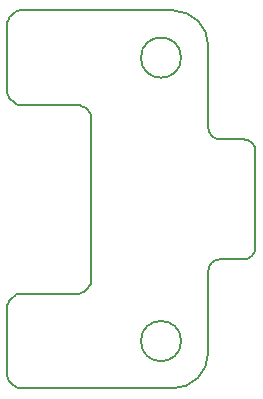
<source format=gbr>
%TF.GenerationSoftware,KiCad,Pcbnew,(6.99.0-2504-g6a9c6e8599)*%
%TF.CreationDate,2023-09-08T01:08:47-07:00*%
%TF.ProjectId,EZO_Qwiic,455a4f5f-5177-4696-9963-2e6b69636164,rev?*%
%TF.SameCoordinates,Original*%
%TF.FileFunction,Profile,NP*%
%FSLAX46Y46*%
G04 Gerber Fmt 4.6, Leading zero omitted, Abs format (unit mm)*
G04 Created by KiCad (PCBNEW (6.99.0-2504-g6a9c6e8599)) date 2023-09-08 01:08:47*
%MOMM*%
%LPD*%
G01*
G04 APERTURE LIST*
%TA.AperFunction,Profile*%
%ADD10C,0.200000*%
%TD*%
%ADD11C,0.200000*%
G04 APERTURE END LIST*
D10*
X160517403Y-95820000D02*
G75*
G03*
X160517403Y-95820000I-1700000J0D01*
G01*
X160517403Y-71820000D02*
G75*
G03*
X160517403Y-71820000I-1700000J0D01*
G01*
X166817403Y-87900000D02*
X166817403Y-79740000D01*
X165817403Y-88900000D02*
G75*
G03*
X166817403Y-87900000I1J999999D01*
G01*
X163817403Y-88900000D02*
X165817403Y-88900000D01*
X163817403Y-88900000D02*
G75*
G03*
X162817403Y-89900000I1J-1000001D01*
G01*
X162817403Y-96820000D02*
X162817403Y-89900000D01*
X159817403Y-99820000D02*
G75*
G03*
X162817403Y-96820000I2J2999998D01*
G01*
X146817404Y-99820000D02*
X159817403Y-99820000D01*
D11*
X145847837Y-98964528D02*
X145817404Y-98820000D01*
X145957314Y-99172705D02*
X145859883Y-98994877D01*
X145847837Y-98964528D01*
X146419512Y-99649001D02*
X146257623Y-99518015D01*
X146107931Y-99367017D01*
X145979607Y-99205454D01*
X145957314Y-99172705D01*
X146695837Y-99797607D02*
X146510327Y-99709015D01*
X146419512Y-99649001D01*
X146817404Y-99820000D02*
X146695837Y-99797607D01*
D10*
X145817404Y-92805000D02*
X145817404Y-98820000D01*
D11*
X146672876Y-91835433D02*
X146817404Y-91805000D01*
X146464699Y-91944910D02*
X146642526Y-91847479D01*
X146672876Y-91835433D01*
X145988403Y-92407109D02*
X146119388Y-92245220D01*
X146270386Y-92095528D01*
X146431949Y-91967203D01*
X146464699Y-91944910D01*
X145839797Y-92683433D02*
X145928388Y-92497923D01*
X145988403Y-92407109D01*
X145817404Y-92805000D02*
X145839797Y-92683433D01*
D10*
X151897403Y-91805000D02*
X146817404Y-91805000D01*
D11*
X152866970Y-90949527D02*
X152897403Y-90805000D01*
X152757493Y-91157705D02*
X152854923Y-90979876D01*
X152866970Y-90949527D01*
X152295295Y-91634001D02*
X152457183Y-91503015D01*
X152606875Y-91352017D01*
X152735199Y-91190454D01*
X152757493Y-91157705D01*
X152018970Y-91782607D02*
X152204479Y-91694015D01*
X152295295Y-91634001D01*
X151897403Y-91805000D02*
X152018970Y-91782607D01*
D10*
X152897403Y-76835000D02*
X152897403Y-90805000D01*
D11*
X152041931Y-75865433D02*
X151897403Y-75835000D01*
X152250108Y-75974910D02*
X152072280Y-75877479D01*
X152041931Y-75865433D01*
X152726404Y-76437109D02*
X152595418Y-76275220D01*
X152444420Y-76125528D01*
X152282857Y-75997203D01*
X152250108Y-75974910D01*
X152875010Y-76713433D02*
X152786418Y-76527923D01*
X152726404Y-76437109D01*
X152897403Y-76835000D02*
X152875010Y-76713433D01*
D10*
X146817404Y-75835000D02*
X151897403Y-75835000D01*
D11*
X145847837Y-74979527D02*
X145817404Y-74835000D01*
X145957314Y-75187705D02*
X145859883Y-75009876D01*
X145847837Y-74979527D01*
X146419512Y-75664001D02*
X146257623Y-75533015D01*
X146107931Y-75382017D01*
X145979607Y-75220454D01*
X145957314Y-75187705D01*
X146695837Y-75812607D02*
X146510327Y-75724015D01*
X146419512Y-75664001D01*
X146817404Y-75835000D02*
X146695837Y-75812607D01*
D10*
X145817404Y-68820000D02*
X145817404Y-74835000D01*
D11*
X146672876Y-67850433D02*
X146817404Y-67820000D01*
X146464699Y-67959910D02*
X146642526Y-67862479D01*
X146672876Y-67850433D01*
X145988403Y-68422109D02*
X146119388Y-68260220D01*
X146270386Y-68110528D01*
X146431949Y-67982203D01*
X146464699Y-67959910D01*
X145839797Y-68698433D02*
X145928388Y-68512923D01*
X145988403Y-68422109D01*
X145817404Y-68820000D02*
X145839797Y-68698433D01*
D10*
X159817403Y-67820000D02*
X146817404Y-67820000D01*
X162817403Y-70820000D02*
G75*
G03*
X159817403Y-67820000I-2999998J2D01*
G01*
X162817403Y-77740000D02*
X162817403Y-70820000D01*
X162817403Y-77740000D02*
G75*
G03*
X163817403Y-78740000I1000001J1D01*
G01*
X165817403Y-78740000D02*
X163817403Y-78740000D01*
X166817403Y-79740000D02*
G75*
G03*
X165817403Y-78740000I-999999J1D01*
G01*
M02*

</source>
